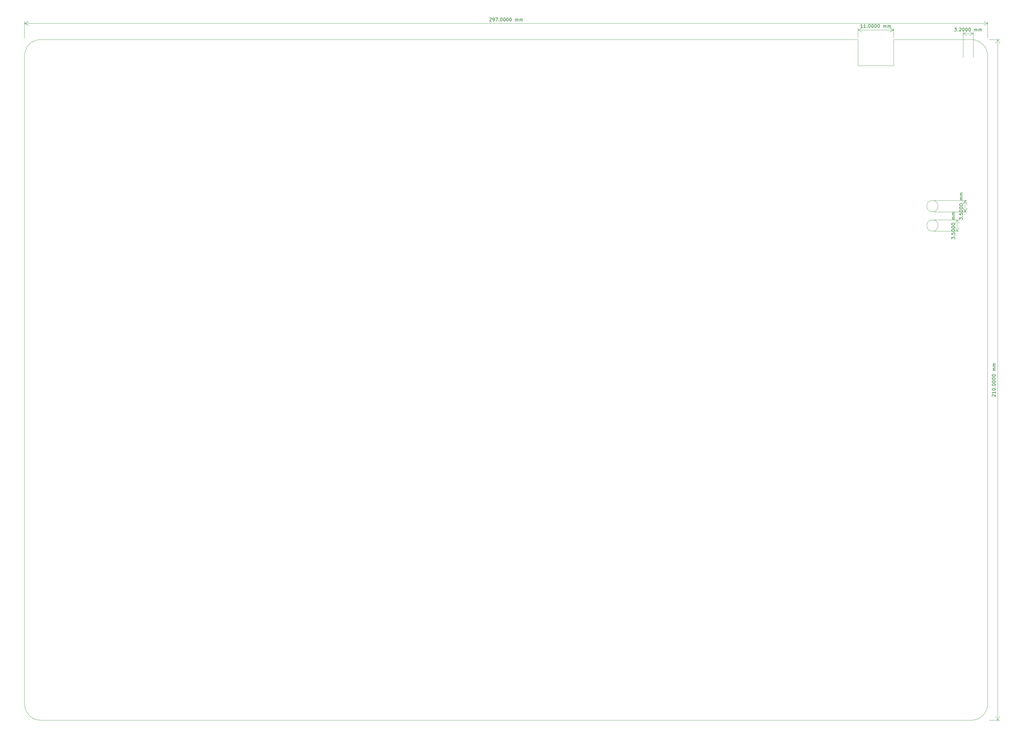
<source format=gbr>
%TF.GenerationSoftware,KiCad,Pcbnew,9.0.6*%
%TF.CreationDate,2026-01-08T22:30:24+09:00*%
%TF.ProjectId,ember,656d6265-722e-46b6-9963-61645f706362,rev?*%
%TF.SameCoordinates,Original*%
%TF.FileFunction,Profile,NP*%
%FSLAX46Y46*%
G04 Gerber Fmt 4.6, Leading zero omitted, Abs format (unit mm)*
G04 Created by KiCad (PCBNEW 9.0.6) date 2026-01-08 22:30:24*
%MOMM*%
%LPD*%
G01*
G04 APERTURE LIST*
%ADD10C,0.150000*%
%TA.AperFunction,Profile*%
%ADD11C,0.050000*%
%TD*%
%TA.AperFunction,Profile*%
%ADD12C,0.100000*%
%TD*%
G04 APERTURE END LIST*
D10*
X193404762Y-23400057D02*
X193452381Y-23352438D01*
X193452381Y-23352438D02*
X193547619Y-23304819D01*
X193547619Y-23304819D02*
X193785714Y-23304819D01*
X193785714Y-23304819D02*
X193880952Y-23352438D01*
X193880952Y-23352438D02*
X193928571Y-23400057D01*
X193928571Y-23400057D02*
X193976190Y-23495295D01*
X193976190Y-23495295D02*
X193976190Y-23590533D01*
X193976190Y-23590533D02*
X193928571Y-23733390D01*
X193928571Y-23733390D02*
X193357143Y-24304819D01*
X193357143Y-24304819D02*
X193976190Y-24304819D01*
X194452381Y-24304819D02*
X194642857Y-24304819D01*
X194642857Y-24304819D02*
X194738095Y-24257200D01*
X194738095Y-24257200D02*
X194785714Y-24209580D01*
X194785714Y-24209580D02*
X194880952Y-24066723D01*
X194880952Y-24066723D02*
X194928571Y-23876247D01*
X194928571Y-23876247D02*
X194928571Y-23495295D01*
X194928571Y-23495295D02*
X194880952Y-23400057D01*
X194880952Y-23400057D02*
X194833333Y-23352438D01*
X194833333Y-23352438D02*
X194738095Y-23304819D01*
X194738095Y-23304819D02*
X194547619Y-23304819D01*
X194547619Y-23304819D02*
X194452381Y-23352438D01*
X194452381Y-23352438D02*
X194404762Y-23400057D01*
X194404762Y-23400057D02*
X194357143Y-23495295D01*
X194357143Y-23495295D02*
X194357143Y-23733390D01*
X194357143Y-23733390D02*
X194404762Y-23828628D01*
X194404762Y-23828628D02*
X194452381Y-23876247D01*
X194452381Y-23876247D02*
X194547619Y-23923866D01*
X194547619Y-23923866D02*
X194738095Y-23923866D01*
X194738095Y-23923866D02*
X194833333Y-23876247D01*
X194833333Y-23876247D02*
X194880952Y-23828628D01*
X194880952Y-23828628D02*
X194928571Y-23733390D01*
X195261905Y-23304819D02*
X195928571Y-23304819D01*
X195928571Y-23304819D02*
X195500000Y-24304819D01*
X196309524Y-24209580D02*
X196357143Y-24257200D01*
X196357143Y-24257200D02*
X196309524Y-24304819D01*
X196309524Y-24304819D02*
X196261905Y-24257200D01*
X196261905Y-24257200D02*
X196309524Y-24209580D01*
X196309524Y-24209580D02*
X196309524Y-24304819D01*
X196976190Y-23304819D02*
X197071428Y-23304819D01*
X197071428Y-23304819D02*
X197166666Y-23352438D01*
X197166666Y-23352438D02*
X197214285Y-23400057D01*
X197214285Y-23400057D02*
X197261904Y-23495295D01*
X197261904Y-23495295D02*
X197309523Y-23685771D01*
X197309523Y-23685771D02*
X197309523Y-23923866D01*
X197309523Y-23923866D02*
X197261904Y-24114342D01*
X197261904Y-24114342D02*
X197214285Y-24209580D01*
X197214285Y-24209580D02*
X197166666Y-24257200D01*
X197166666Y-24257200D02*
X197071428Y-24304819D01*
X197071428Y-24304819D02*
X196976190Y-24304819D01*
X196976190Y-24304819D02*
X196880952Y-24257200D01*
X196880952Y-24257200D02*
X196833333Y-24209580D01*
X196833333Y-24209580D02*
X196785714Y-24114342D01*
X196785714Y-24114342D02*
X196738095Y-23923866D01*
X196738095Y-23923866D02*
X196738095Y-23685771D01*
X196738095Y-23685771D02*
X196785714Y-23495295D01*
X196785714Y-23495295D02*
X196833333Y-23400057D01*
X196833333Y-23400057D02*
X196880952Y-23352438D01*
X196880952Y-23352438D02*
X196976190Y-23304819D01*
X197928571Y-23304819D02*
X198023809Y-23304819D01*
X198023809Y-23304819D02*
X198119047Y-23352438D01*
X198119047Y-23352438D02*
X198166666Y-23400057D01*
X198166666Y-23400057D02*
X198214285Y-23495295D01*
X198214285Y-23495295D02*
X198261904Y-23685771D01*
X198261904Y-23685771D02*
X198261904Y-23923866D01*
X198261904Y-23923866D02*
X198214285Y-24114342D01*
X198214285Y-24114342D02*
X198166666Y-24209580D01*
X198166666Y-24209580D02*
X198119047Y-24257200D01*
X198119047Y-24257200D02*
X198023809Y-24304819D01*
X198023809Y-24304819D02*
X197928571Y-24304819D01*
X197928571Y-24304819D02*
X197833333Y-24257200D01*
X197833333Y-24257200D02*
X197785714Y-24209580D01*
X197785714Y-24209580D02*
X197738095Y-24114342D01*
X197738095Y-24114342D02*
X197690476Y-23923866D01*
X197690476Y-23923866D02*
X197690476Y-23685771D01*
X197690476Y-23685771D02*
X197738095Y-23495295D01*
X197738095Y-23495295D02*
X197785714Y-23400057D01*
X197785714Y-23400057D02*
X197833333Y-23352438D01*
X197833333Y-23352438D02*
X197928571Y-23304819D01*
X198880952Y-23304819D02*
X198976190Y-23304819D01*
X198976190Y-23304819D02*
X199071428Y-23352438D01*
X199071428Y-23352438D02*
X199119047Y-23400057D01*
X199119047Y-23400057D02*
X199166666Y-23495295D01*
X199166666Y-23495295D02*
X199214285Y-23685771D01*
X199214285Y-23685771D02*
X199214285Y-23923866D01*
X199214285Y-23923866D02*
X199166666Y-24114342D01*
X199166666Y-24114342D02*
X199119047Y-24209580D01*
X199119047Y-24209580D02*
X199071428Y-24257200D01*
X199071428Y-24257200D02*
X198976190Y-24304819D01*
X198976190Y-24304819D02*
X198880952Y-24304819D01*
X198880952Y-24304819D02*
X198785714Y-24257200D01*
X198785714Y-24257200D02*
X198738095Y-24209580D01*
X198738095Y-24209580D02*
X198690476Y-24114342D01*
X198690476Y-24114342D02*
X198642857Y-23923866D01*
X198642857Y-23923866D02*
X198642857Y-23685771D01*
X198642857Y-23685771D02*
X198690476Y-23495295D01*
X198690476Y-23495295D02*
X198738095Y-23400057D01*
X198738095Y-23400057D02*
X198785714Y-23352438D01*
X198785714Y-23352438D02*
X198880952Y-23304819D01*
X199833333Y-23304819D02*
X199928571Y-23304819D01*
X199928571Y-23304819D02*
X200023809Y-23352438D01*
X200023809Y-23352438D02*
X200071428Y-23400057D01*
X200071428Y-23400057D02*
X200119047Y-23495295D01*
X200119047Y-23495295D02*
X200166666Y-23685771D01*
X200166666Y-23685771D02*
X200166666Y-23923866D01*
X200166666Y-23923866D02*
X200119047Y-24114342D01*
X200119047Y-24114342D02*
X200071428Y-24209580D01*
X200071428Y-24209580D02*
X200023809Y-24257200D01*
X200023809Y-24257200D02*
X199928571Y-24304819D01*
X199928571Y-24304819D02*
X199833333Y-24304819D01*
X199833333Y-24304819D02*
X199738095Y-24257200D01*
X199738095Y-24257200D02*
X199690476Y-24209580D01*
X199690476Y-24209580D02*
X199642857Y-24114342D01*
X199642857Y-24114342D02*
X199595238Y-23923866D01*
X199595238Y-23923866D02*
X199595238Y-23685771D01*
X199595238Y-23685771D02*
X199642857Y-23495295D01*
X199642857Y-23495295D02*
X199690476Y-23400057D01*
X199690476Y-23400057D02*
X199738095Y-23352438D01*
X199738095Y-23352438D02*
X199833333Y-23304819D01*
X201357143Y-24304819D02*
X201357143Y-23638152D01*
X201357143Y-23733390D02*
X201404762Y-23685771D01*
X201404762Y-23685771D02*
X201500000Y-23638152D01*
X201500000Y-23638152D02*
X201642857Y-23638152D01*
X201642857Y-23638152D02*
X201738095Y-23685771D01*
X201738095Y-23685771D02*
X201785714Y-23781009D01*
X201785714Y-23781009D02*
X201785714Y-24304819D01*
X201785714Y-23781009D02*
X201833333Y-23685771D01*
X201833333Y-23685771D02*
X201928571Y-23638152D01*
X201928571Y-23638152D02*
X202071428Y-23638152D01*
X202071428Y-23638152D02*
X202166667Y-23685771D01*
X202166667Y-23685771D02*
X202214286Y-23781009D01*
X202214286Y-23781009D02*
X202214286Y-24304819D01*
X202690476Y-24304819D02*
X202690476Y-23638152D01*
X202690476Y-23733390D02*
X202738095Y-23685771D01*
X202738095Y-23685771D02*
X202833333Y-23638152D01*
X202833333Y-23638152D02*
X202976190Y-23638152D01*
X202976190Y-23638152D02*
X203071428Y-23685771D01*
X203071428Y-23685771D02*
X203119047Y-23781009D01*
X203119047Y-23781009D02*
X203119047Y-24304819D01*
X203119047Y-23781009D02*
X203166666Y-23685771D01*
X203166666Y-23685771D02*
X203261904Y-23638152D01*
X203261904Y-23638152D02*
X203404761Y-23638152D01*
X203404761Y-23638152D02*
X203500000Y-23685771D01*
X203500000Y-23685771D02*
X203547619Y-23781009D01*
X203547619Y-23781009D02*
X203547619Y-24304819D01*
D11*
X50000000Y-29500000D02*
X50000000Y-24413580D01*
X347000000Y-24413580D02*
X347000000Y-29501042D01*
X50000000Y-25000000D02*
X347000000Y-25000000D01*
X50000000Y-25000000D02*
X51126504Y-24413579D01*
X50000000Y-25000000D02*
X51126504Y-25586421D01*
X347000000Y-25000000D02*
X345873496Y-25586421D01*
X347000000Y-25000000D02*
X345873496Y-24413579D01*
D10*
X348500057Y-140095237D02*
X348452438Y-140047618D01*
X348452438Y-140047618D02*
X348404819Y-139952380D01*
X348404819Y-139952380D02*
X348404819Y-139714285D01*
X348404819Y-139714285D02*
X348452438Y-139619047D01*
X348452438Y-139619047D02*
X348500057Y-139571428D01*
X348500057Y-139571428D02*
X348595295Y-139523809D01*
X348595295Y-139523809D02*
X348690533Y-139523809D01*
X348690533Y-139523809D02*
X348833390Y-139571428D01*
X348833390Y-139571428D02*
X349404819Y-140142856D01*
X349404819Y-140142856D02*
X349404819Y-139523809D01*
X349404819Y-138571428D02*
X349404819Y-139142856D01*
X349404819Y-138857142D02*
X348404819Y-138857142D01*
X348404819Y-138857142D02*
X348547676Y-138952380D01*
X348547676Y-138952380D02*
X348642914Y-139047618D01*
X348642914Y-139047618D02*
X348690533Y-139142856D01*
X348404819Y-137952380D02*
X348404819Y-137857142D01*
X348404819Y-137857142D02*
X348452438Y-137761904D01*
X348452438Y-137761904D02*
X348500057Y-137714285D01*
X348500057Y-137714285D02*
X348595295Y-137666666D01*
X348595295Y-137666666D02*
X348785771Y-137619047D01*
X348785771Y-137619047D02*
X349023866Y-137619047D01*
X349023866Y-137619047D02*
X349214342Y-137666666D01*
X349214342Y-137666666D02*
X349309580Y-137714285D01*
X349309580Y-137714285D02*
X349357200Y-137761904D01*
X349357200Y-137761904D02*
X349404819Y-137857142D01*
X349404819Y-137857142D02*
X349404819Y-137952380D01*
X349404819Y-137952380D02*
X349357200Y-138047618D01*
X349357200Y-138047618D02*
X349309580Y-138095237D01*
X349309580Y-138095237D02*
X349214342Y-138142856D01*
X349214342Y-138142856D02*
X349023866Y-138190475D01*
X349023866Y-138190475D02*
X348785771Y-138190475D01*
X348785771Y-138190475D02*
X348595295Y-138142856D01*
X348595295Y-138142856D02*
X348500057Y-138095237D01*
X348500057Y-138095237D02*
X348452438Y-138047618D01*
X348452438Y-138047618D02*
X348404819Y-137952380D01*
X349309580Y-137190475D02*
X349357200Y-137142856D01*
X349357200Y-137142856D02*
X349404819Y-137190475D01*
X349404819Y-137190475D02*
X349357200Y-137238094D01*
X349357200Y-137238094D02*
X349309580Y-137190475D01*
X349309580Y-137190475D02*
X349404819Y-137190475D01*
X348404819Y-136523809D02*
X348404819Y-136428571D01*
X348404819Y-136428571D02*
X348452438Y-136333333D01*
X348452438Y-136333333D02*
X348500057Y-136285714D01*
X348500057Y-136285714D02*
X348595295Y-136238095D01*
X348595295Y-136238095D02*
X348785771Y-136190476D01*
X348785771Y-136190476D02*
X349023866Y-136190476D01*
X349023866Y-136190476D02*
X349214342Y-136238095D01*
X349214342Y-136238095D02*
X349309580Y-136285714D01*
X349309580Y-136285714D02*
X349357200Y-136333333D01*
X349357200Y-136333333D02*
X349404819Y-136428571D01*
X349404819Y-136428571D02*
X349404819Y-136523809D01*
X349404819Y-136523809D02*
X349357200Y-136619047D01*
X349357200Y-136619047D02*
X349309580Y-136666666D01*
X349309580Y-136666666D02*
X349214342Y-136714285D01*
X349214342Y-136714285D02*
X349023866Y-136761904D01*
X349023866Y-136761904D02*
X348785771Y-136761904D01*
X348785771Y-136761904D02*
X348595295Y-136714285D01*
X348595295Y-136714285D02*
X348500057Y-136666666D01*
X348500057Y-136666666D02*
X348452438Y-136619047D01*
X348452438Y-136619047D02*
X348404819Y-136523809D01*
X348404819Y-135571428D02*
X348404819Y-135476190D01*
X348404819Y-135476190D02*
X348452438Y-135380952D01*
X348452438Y-135380952D02*
X348500057Y-135333333D01*
X348500057Y-135333333D02*
X348595295Y-135285714D01*
X348595295Y-135285714D02*
X348785771Y-135238095D01*
X348785771Y-135238095D02*
X349023866Y-135238095D01*
X349023866Y-135238095D02*
X349214342Y-135285714D01*
X349214342Y-135285714D02*
X349309580Y-135333333D01*
X349309580Y-135333333D02*
X349357200Y-135380952D01*
X349357200Y-135380952D02*
X349404819Y-135476190D01*
X349404819Y-135476190D02*
X349404819Y-135571428D01*
X349404819Y-135571428D02*
X349357200Y-135666666D01*
X349357200Y-135666666D02*
X349309580Y-135714285D01*
X349309580Y-135714285D02*
X349214342Y-135761904D01*
X349214342Y-135761904D02*
X349023866Y-135809523D01*
X349023866Y-135809523D02*
X348785771Y-135809523D01*
X348785771Y-135809523D02*
X348595295Y-135761904D01*
X348595295Y-135761904D02*
X348500057Y-135714285D01*
X348500057Y-135714285D02*
X348452438Y-135666666D01*
X348452438Y-135666666D02*
X348404819Y-135571428D01*
X348404819Y-134619047D02*
X348404819Y-134523809D01*
X348404819Y-134523809D02*
X348452438Y-134428571D01*
X348452438Y-134428571D02*
X348500057Y-134380952D01*
X348500057Y-134380952D02*
X348595295Y-134333333D01*
X348595295Y-134333333D02*
X348785771Y-134285714D01*
X348785771Y-134285714D02*
X349023866Y-134285714D01*
X349023866Y-134285714D02*
X349214342Y-134333333D01*
X349214342Y-134333333D02*
X349309580Y-134380952D01*
X349309580Y-134380952D02*
X349357200Y-134428571D01*
X349357200Y-134428571D02*
X349404819Y-134523809D01*
X349404819Y-134523809D02*
X349404819Y-134619047D01*
X349404819Y-134619047D02*
X349357200Y-134714285D01*
X349357200Y-134714285D02*
X349309580Y-134761904D01*
X349309580Y-134761904D02*
X349214342Y-134809523D01*
X349214342Y-134809523D02*
X349023866Y-134857142D01*
X349023866Y-134857142D02*
X348785771Y-134857142D01*
X348785771Y-134857142D02*
X348595295Y-134809523D01*
X348595295Y-134809523D02*
X348500057Y-134761904D01*
X348500057Y-134761904D02*
X348452438Y-134714285D01*
X348452438Y-134714285D02*
X348404819Y-134619047D01*
X348404819Y-133666666D02*
X348404819Y-133571428D01*
X348404819Y-133571428D02*
X348452438Y-133476190D01*
X348452438Y-133476190D02*
X348500057Y-133428571D01*
X348500057Y-133428571D02*
X348595295Y-133380952D01*
X348595295Y-133380952D02*
X348785771Y-133333333D01*
X348785771Y-133333333D02*
X349023866Y-133333333D01*
X349023866Y-133333333D02*
X349214342Y-133380952D01*
X349214342Y-133380952D02*
X349309580Y-133428571D01*
X349309580Y-133428571D02*
X349357200Y-133476190D01*
X349357200Y-133476190D02*
X349404819Y-133571428D01*
X349404819Y-133571428D02*
X349404819Y-133666666D01*
X349404819Y-133666666D02*
X349357200Y-133761904D01*
X349357200Y-133761904D02*
X349309580Y-133809523D01*
X349309580Y-133809523D02*
X349214342Y-133857142D01*
X349214342Y-133857142D02*
X349023866Y-133904761D01*
X349023866Y-133904761D02*
X348785771Y-133904761D01*
X348785771Y-133904761D02*
X348595295Y-133857142D01*
X348595295Y-133857142D02*
X348500057Y-133809523D01*
X348500057Y-133809523D02*
X348452438Y-133761904D01*
X348452438Y-133761904D02*
X348404819Y-133666666D01*
X349404819Y-132142856D02*
X348738152Y-132142856D01*
X348833390Y-132142856D02*
X348785771Y-132095237D01*
X348785771Y-132095237D02*
X348738152Y-131999999D01*
X348738152Y-131999999D02*
X348738152Y-131857142D01*
X348738152Y-131857142D02*
X348785771Y-131761904D01*
X348785771Y-131761904D02*
X348881009Y-131714285D01*
X348881009Y-131714285D02*
X349404819Y-131714285D01*
X348881009Y-131714285D02*
X348785771Y-131666666D01*
X348785771Y-131666666D02*
X348738152Y-131571428D01*
X348738152Y-131571428D02*
X348738152Y-131428571D01*
X348738152Y-131428571D02*
X348785771Y-131333332D01*
X348785771Y-131333332D02*
X348881009Y-131285713D01*
X348881009Y-131285713D02*
X349404819Y-131285713D01*
X349404819Y-130809523D02*
X348738152Y-130809523D01*
X348833390Y-130809523D02*
X348785771Y-130761904D01*
X348785771Y-130761904D02*
X348738152Y-130666666D01*
X348738152Y-130666666D02*
X348738152Y-130523809D01*
X348738152Y-130523809D02*
X348785771Y-130428571D01*
X348785771Y-130428571D02*
X348881009Y-130380952D01*
X348881009Y-130380952D02*
X349404819Y-130380952D01*
X348881009Y-130380952D02*
X348785771Y-130333333D01*
X348785771Y-130333333D02*
X348738152Y-130238095D01*
X348738152Y-130238095D02*
X348738152Y-130095238D01*
X348738152Y-130095238D02*
X348785771Y-129999999D01*
X348785771Y-129999999D02*
X348881009Y-129952380D01*
X348881009Y-129952380D02*
X349404819Y-129952380D01*
D11*
X347500000Y-30000000D02*
X350686420Y-30000000D01*
X350686420Y-240000000D02*
X347500000Y-240000000D01*
X350100000Y-30000000D02*
X350100000Y-240000000D01*
X350100000Y-30000000D02*
X350686421Y-31126504D01*
X350100000Y-30000000D02*
X349513579Y-31126504D01*
X350100000Y-240000000D02*
X349513579Y-238873496D01*
X350100000Y-240000000D02*
X350686421Y-238873496D01*
D10*
X335904819Y-91570475D02*
X335904819Y-90951428D01*
X335904819Y-90951428D02*
X336285771Y-91284761D01*
X336285771Y-91284761D02*
X336285771Y-91141904D01*
X336285771Y-91141904D02*
X336333390Y-91046666D01*
X336333390Y-91046666D02*
X336381009Y-90999047D01*
X336381009Y-90999047D02*
X336476247Y-90951428D01*
X336476247Y-90951428D02*
X336714342Y-90951428D01*
X336714342Y-90951428D02*
X336809580Y-90999047D01*
X336809580Y-90999047D02*
X336857200Y-91046666D01*
X336857200Y-91046666D02*
X336904819Y-91141904D01*
X336904819Y-91141904D02*
X336904819Y-91427618D01*
X336904819Y-91427618D02*
X336857200Y-91522856D01*
X336857200Y-91522856D02*
X336809580Y-91570475D01*
X336809580Y-90522856D02*
X336857200Y-90475237D01*
X336857200Y-90475237D02*
X336904819Y-90522856D01*
X336904819Y-90522856D02*
X336857200Y-90570475D01*
X336857200Y-90570475D02*
X336809580Y-90522856D01*
X336809580Y-90522856D02*
X336904819Y-90522856D01*
X335904819Y-89570476D02*
X335904819Y-90046666D01*
X335904819Y-90046666D02*
X336381009Y-90094285D01*
X336381009Y-90094285D02*
X336333390Y-90046666D01*
X336333390Y-90046666D02*
X336285771Y-89951428D01*
X336285771Y-89951428D02*
X336285771Y-89713333D01*
X336285771Y-89713333D02*
X336333390Y-89618095D01*
X336333390Y-89618095D02*
X336381009Y-89570476D01*
X336381009Y-89570476D02*
X336476247Y-89522857D01*
X336476247Y-89522857D02*
X336714342Y-89522857D01*
X336714342Y-89522857D02*
X336809580Y-89570476D01*
X336809580Y-89570476D02*
X336857200Y-89618095D01*
X336857200Y-89618095D02*
X336904819Y-89713333D01*
X336904819Y-89713333D02*
X336904819Y-89951428D01*
X336904819Y-89951428D02*
X336857200Y-90046666D01*
X336857200Y-90046666D02*
X336809580Y-90094285D01*
X335904819Y-88903809D02*
X335904819Y-88808571D01*
X335904819Y-88808571D02*
X335952438Y-88713333D01*
X335952438Y-88713333D02*
X336000057Y-88665714D01*
X336000057Y-88665714D02*
X336095295Y-88618095D01*
X336095295Y-88618095D02*
X336285771Y-88570476D01*
X336285771Y-88570476D02*
X336523866Y-88570476D01*
X336523866Y-88570476D02*
X336714342Y-88618095D01*
X336714342Y-88618095D02*
X336809580Y-88665714D01*
X336809580Y-88665714D02*
X336857200Y-88713333D01*
X336857200Y-88713333D02*
X336904819Y-88808571D01*
X336904819Y-88808571D02*
X336904819Y-88903809D01*
X336904819Y-88903809D02*
X336857200Y-88999047D01*
X336857200Y-88999047D02*
X336809580Y-89046666D01*
X336809580Y-89046666D02*
X336714342Y-89094285D01*
X336714342Y-89094285D02*
X336523866Y-89141904D01*
X336523866Y-89141904D02*
X336285771Y-89141904D01*
X336285771Y-89141904D02*
X336095295Y-89094285D01*
X336095295Y-89094285D02*
X336000057Y-89046666D01*
X336000057Y-89046666D02*
X335952438Y-88999047D01*
X335952438Y-88999047D02*
X335904819Y-88903809D01*
X335904819Y-87951428D02*
X335904819Y-87856190D01*
X335904819Y-87856190D02*
X335952438Y-87760952D01*
X335952438Y-87760952D02*
X336000057Y-87713333D01*
X336000057Y-87713333D02*
X336095295Y-87665714D01*
X336095295Y-87665714D02*
X336285771Y-87618095D01*
X336285771Y-87618095D02*
X336523866Y-87618095D01*
X336523866Y-87618095D02*
X336714342Y-87665714D01*
X336714342Y-87665714D02*
X336809580Y-87713333D01*
X336809580Y-87713333D02*
X336857200Y-87760952D01*
X336857200Y-87760952D02*
X336904819Y-87856190D01*
X336904819Y-87856190D02*
X336904819Y-87951428D01*
X336904819Y-87951428D02*
X336857200Y-88046666D01*
X336857200Y-88046666D02*
X336809580Y-88094285D01*
X336809580Y-88094285D02*
X336714342Y-88141904D01*
X336714342Y-88141904D02*
X336523866Y-88189523D01*
X336523866Y-88189523D02*
X336285771Y-88189523D01*
X336285771Y-88189523D02*
X336095295Y-88141904D01*
X336095295Y-88141904D02*
X336000057Y-88094285D01*
X336000057Y-88094285D02*
X335952438Y-88046666D01*
X335952438Y-88046666D02*
X335904819Y-87951428D01*
X335904819Y-86999047D02*
X335904819Y-86903809D01*
X335904819Y-86903809D02*
X335952438Y-86808571D01*
X335952438Y-86808571D02*
X336000057Y-86760952D01*
X336000057Y-86760952D02*
X336095295Y-86713333D01*
X336095295Y-86713333D02*
X336285771Y-86665714D01*
X336285771Y-86665714D02*
X336523866Y-86665714D01*
X336523866Y-86665714D02*
X336714342Y-86713333D01*
X336714342Y-86713333D02*
X336809580Y-86760952D01*
X336809580Y-86760952D02*
X336857200Y-86808571D01*
X336857200Y-86808571D02*
X336904819Y-86903809D01*
X336904819Y-86903809D02*
X336904819Y-86999047D01*
X336904819Y-86999047D02*
X336857200Y-87094285D01*
X336857200Y-87094285D02*
X336809580Y-87141904D01*
X336809580Y-87141904D02*
X336714342Y-87189523D01*
X336714342Y-87189523D02*
X336523866Y-87237142D01*
X336523866Y-87237142D02*
X336285771Y-87237142D01*
X336285771Y-87237142D02*
X336095295Y-87189523D01*
X336095295Y-87189523D02*
X336000057Y-87141904D01*
X336000057Y-87141904D02*
X335952438Y-87094285D01*
X335952438Y-87094285D02*
X335904819Y-86999047D01*
X336904819Y-85475237D02*
X336238152Y-85475237D01*
X336333390Y-85475237D02*
X336285771Y-85427618D01*
X336285771Y-85427618D02*
X336238152Y-85332380D01*
X336238152Y-85332380D02*
X336238152Y-85189523D01*
X336238152Y-85189523D02*
X336285771Y-85094285D01*
X336285771Y-85094285D02*
X336381009Y-85046666D01*
X336381009Y-85046666D02*
X336904819Y-85046666D01*
X336381009Y-85046666D02*
X336285771Y-84999047D01*
X336285771Y-84999047D02*
X336238152Y-84903809D01*
X336238152Y-84903809D02*
X336238152Y-84760952D01*
X336238152Y-84760952D02*
X336285771Y-84665713D01*
X336285771Y-84665713D02*
X336381009Y-84618094D01*
X336381009Y-84618094D02*
X336904819Y-84618094D01*
X336904819Y-84141904D02*
X336238152Y-84141904D01*
X336333390Y-84141904D02*
X336285771Y-84094285D01*
X336285771Y-84094285D02*
X336238152Y-83999047D01*
X336238152Y-83999047D02*
X336238152Y-83856190D01*
X336238152Y-83856190D02*
X336285771Y-83760952D01*
X336285771Y-83760952D02*
X336381009Y-83713333D01*
X336381009Y-83713333D02*
X336904819Y-83713333D01*
X336381009Y-83713333D02*
X336285771Y-83665714D01*
X336285771Y-83665714D02*
X336238152Y-83570476D01*
X336238152Y-83570476D02*
X336238152Y-83427619D01*
X336238152Y-83427619D02*
X336285771Y-83332380D01*
X336285771Y-83332380D02*
X336381009Y-83284761D01*
X336381009Y-83284761D02*
X336904819Y-83284761D01*
D11*
X330500000Y-85630000D02*
X338186420Y-85630000D01*
X338186420Y-89130000D02*
X330500000Y-89130000D01*
X337600000Y-85630000D02*
X337600000Y-89130000D01*
X337600000Y-85630000D02*
X338186421Y-86756504D01*
X337600000Y-85630000D02*
X337013579Y-86756504D01*
X337600000Y-89130000D02*
X337013579Y-88003496D01*
X337600000Y-89130000D02*
X338186421Y-88003496D01*
D10*
X338304819Y-85570475D02*
X338304819Y-84951428D01*
X338304819Y-84951428D02*
X338685771Y-85284761D01*
X338685771Y-85284761D02*
X338685771Y-85141904D01*
X338685771Y-85141904D02*
X338733390Y-85046666D01*
X338733390Y-85046666D02*
X338781009Y-84999047D01*
X338781009Y-84999047D02*
X338876247Y-84951428D01*
X338876247Y-84951428D02*
X339114342Y-84951428D01*
X339114342Y-84951428D02*
X339209580Y-84999047D01*
X339209580Y-84999047D02*
X339257200Y-85046666D01*
X339257200Y-85046666D02*
X339304819Y-85141904D01*
X339304819Y-85141904D02*
X339304819Y-85427618D01*
X339304819Y-85427618D02*
X339257200Y-85522856D01*
X339257200Y-85522856D02*
X339209580Y-85570475D01*
X339209580Y-84522856D02*
X339257200Y-84475237D01*
X339257200Y-84475237D02*
X339304819Y-84522856D01*
X339304819Y-84522856D02*
X339257200Y-84570475D01*
X339257200Y-84570475D02*
X339209580Y-84522856D01*
X339209580Y-84522856D02*
X339304819Y-84522856D01*
X338304819Y-83570476D02*
X338304819Y-84046666D01*
X338304819Y-84046666D02*
X338781009Y-84094285D01*
X338781009Y-84094285D02*
X338733390Y-84046666D01*
X338733390Y-84046666D02*
X338685771Y-83951428D01*
X338685771Y-83951428D02*
X338685771Y-83713333D01*
X338685771Y-83713333D02*
X338733390Y-83618095D01*
X338733390Y-83618095D02*
X338781009Y-83570476D01*
X338781009Y-83570476D02*
X338876247Y-83522857D01*
X338876247Y-83522857D02*
X339114342Y-83522857D01*
X339114342Y-83522857D02*
X339209580Y-83570476D01*
X339209580Y-83570476D02*
X339257200Y-83618095D01*
X339257200Y-83618095D02*
X339304819Y-83713333D01*
X339304819Y-83713333D02*
X339304819Y-83951428D01*
X339304819Y-83951428D02*
X339257200Y-84046666D01*
X339257200Y-84046666D02*
X339209580Y-84094285D01*
X338304819Y-82903809D02*
X338304819Y-82808571D01*
X338304819Y-82808571D02*
X338352438Y-82713333D01*
X338352438Y-82713333D02*
X338400057Y-82665714D01*
X338400057Y-82665714D02*
X338495295Y-82618095D01*
X338495295Y-82618095D02*
X338685771Y-82570476D01*
X338685771Y-82570476D02*
X338923866Y-82570476D01*
X338923866Y-82570476D02*
X339114342Y-82618095D01*
X339114342Y-82618095D02*
X339209580Y-82665714D01*
X339209580Y-82665714D02*
X339257200Y-82713333D01*
X339257200Y-82713333D02*
X339304819Y-82808571D01*
X339304819Y-82808571D02*
X339304819Y-82903809D01*
X339304819Y-82903809D02*
X339257200Y-82999047D01*
X339257200Y-82999047D02*
X339209580Y-83046666D01*
X339209580Y-83046666D02*
X339114342Y-83094285D01*
X339114342Y-83094285D02*
X338923866Y-83141904D01*
X338923866Y-83141904D02*
X338685771Y-83141904D01*
X338685771Y-83141904D02*
X338495295Y-83094285D01*
X338495295Y-83094285D02*
X338400057Y-83046666D01*
X338400057Y-83046666D02*
X338352438Y-82999047D01*
X338352438Y-82999047D02*
X338304819Y-82903809D01*
X338304819Y-81951428D02*
X338304819Y-81856190D01*
X338304819Y-81856190D02*
X338352438Y-81760952D01*
X338352438Y-81760952D02*
X338400057Y-81713333D01*
X338400057Y-81713333D02*
X338495295Y-81665714D01*
X338495295Y-81665714D02*
X338685771Y-81618095D01*
X338685771Y-81618095D02*
X338923866Y-81618095D01*
X338923866Y-81618095D02*
X339114342Y-81665714D01*
X339114342Y-81665714D02*
X339209580Y-81713333D01*
X339209580Y-81713333D02*
X339257200Y-81760952D01*
X339257200Y-81760952D02*
X339304819Y-81856190D01*
X339304819Y-81856190D02*
X339304819Y-81951428D01*
X339304819Y-81951428D02*
X339257200Y-82046666D01*
X339257200Y-82046666D02*
X339209580Y-82094285D01*
X339209580Y-82094285D02*
X339114342Y-82141904D01*
X339114342Y-82141904D02*
X338923866Y-82189523D01*
X338923866Y-82189523D02*
X338685771Y-82189523D01*
X338685771Y-82189523D02*
X338495295Y-82141904D01*
X338495295Y-82141904D02*
X338400057Y-82094285D01*
X338400057Y-82094285D02*
X338352438Y-82046666D01*
X338352438Y-82046666D02*
X338304819Y-81951428D01*
X338304819Y-80999047D02*
X338304819Y-80903809D01*
X338304819Y-80903809D02*
X338352438Y-80808571D01*
X338352438Y-80808571D02*
X338400057Y-80760952D01*
X338400057Y-80760952D02*
X338495295Y-80713333D01*
X338495295Y-80713333D02*
X338685771Y-80665714D01*
X338685771Y-80665714D02*
X338923866Y-80665714D01*
X338923866Y-80665714D02*
X339114342Y-80713333D01*
X339114342Y-80713333D02*
X339209580Y-80760952D01*
X339209580Y-80760952D02*
X339257200Y-80808571D01*
X339257200Y-80808571D02*
X339304819Y-80903809D01*
X339304819Y-80903809D02*
X339304819Y-80999047D01*
X339304819Y-80999047D02*
X339257200Y-81094285D01*
X339257200Y-81094285D02*
X339209580Y-81141904D01*
X339209580Y-81141904D02*
X339114342Y-81189523D01*
X339114342Y-81189523D02*
X338923866Y-81237142D01*
X338923866Y-81237142D02*
X338685771Y-81237142D01*
X338685771Y-81237142D02*
X338495295Y-81189523D01*
X338495295Y-81189523D02*
X338400057Y-81141904D01*
X338400057Y-81141904D02*
X338352438Y-81094285D01*
X338352438Y-81094285D02*
X338304819Y-80999047D01*
X339304819Y-79475237D02*
X338638152Y-79475237D01*
X338733390Y-79475237D02*
X338685771Y-79427618D01*
X338685771Y-79427618D02*
X338638152Y-79332380D01*
X338638152Y-79332380D02*
X338638152Y-79189523D01*
X338638152Y-79189523D02*
X338685771Y-79094285D01*
X338685771Y-79094285D02*
X338781009Y-79046666D01*
X338781009Y-79046666D02*
X339304819Y-79046666D01*
X338781009Y-79046666D02*
X338685771Y-78999047D01*
X338685771Y-78999047D02*
X338638152Y-78903809D01*
X338638152Y-78903809D02*
X338638152Y-78760952D01*
X338638152Y-78760952D02*
X338685771Y-78665713D01*
X338685771Y-78665713D02*
X338781009Y-78618094D01*
X338781009Y-78618094D02*
X339304819Y-78618094D01*
X339304819Y-78141904D02*
X338638152Y-78141904D01*
X338733390Y-78141904D02*
X338685771Y-78094285D01*
X338685771Y-78094285D02*
X338638152Y-77999047D01*
X338638152Y-77999047D02*
X338638152Y-77856190D01*
X338638152Y-77856190D02*
X338685771Y-77760952D01*
X338685771Y-77760952D02*
X338781009Y-77713333D01*
X338781009Y-77713333D02*
X339304819Y-77713333D01*
X338781009Y-77713333D02*
X338685771Y-77665714D01*
X338685771Y-77665714D02*
X338638152Y-77570476D01*
X338638152Y-77570476D02*
X338638152Y-77427619D01*
X338638152Y-77427619D02*
X338685771Y-77332380D01*
X338685771Y-77332380D02*
X338781009Y-77284761D01*
X338781009Y-77284761D02*
X339304819Y-77284761D01*
D11*
X330500000Y-79630000D02*
X340586420Y-79630000D01*
X340586420Y-83130000D02*
X330500000Y-83130000D01*
X340000000Y-79630000D02*
X340000000Y-83130000D01*
X340000000Y-79630000D02*
X340586421Y-80756504D01*
X340000000Y-79630000D02*
X339413579Y-80756504D01*
X340000000Y-83130000D02*
X339413579Y-82003496D01*
X340000000Y-83130000D02*
X340586421Y-82003496D01*
D10*
X336809524Y-26404819D02*
X337428571Y-26404819D01*
X337428571Y-26404819D02*
X337095238Y-26785771D01*
X337095238Y-26785771D02*
X337238095Y-26785771D01*
X337238095Y-26785771D02*
X337333333Y-26833390D01*
X337333333Y-26833390D02*
X337380952Y-26881009D01*
X337380952Y-26881009D02*
X337428571Y-26976247D01*
X337428571Y-26976247D02*
X337428571Y-27214342D01*
X337428571Y-27214342D02*
X337380952Y-27309580D01*
X337380952Y-27309580D02*
X337333333Y-27357200D01*
X337333333Y-27357200D02*
X337238095Y-27404819D01*
X337238095Y-27404819D02*
X336952381Y-27404819D01*
X336952381Y-27404819D02*
X336857143Y-27357200D01*
X336857143Y-27357200D02*
X336809524Y-27309580D01*
X337857143Y-27309580D02*
X337904762Y-27357200D01*
X337904762Y-27357200D02*
X337857143Y-27404819D01*
X337857143Y-27404819D02*
X337809524Y-27357200D01*
X337809524Y-27357200D02*
X337857143Y-27309580D01*
X337857143Y-27309580D02*
X337857143Y-27404819D01*
X338285714Y-26500057D02*
X338333333Y-26452438D01*
X338333333Y-26452438D02*
X338428571Y-26404819D01*
X338428571Y-26404819D02*
X338666666Y-26404819D01*
X338666666Y-26404819D02*
X338761904Y-26452438D01*
X338761904Y-26452438D02*
X338809523Y-26500057D01*
X338809523Y-26500057D02*
X338857142Y-26595295D01*
X338857142Y-26595295D02*
X338857142Y-26690533D01*
X338857142Y-26690533D02*
X338809523Y-26833390D01*
X338809523Y-26833390D02*
X338238095Y-27404819D01*
X338238095Y-27404819D02*
X338857142Y-27404819D01*
X339476190Y-26404819D02*
X339571428Y-26404819D01*
X339571428Y-26404819D02*
X339666666Y-26452438D01*
X339666666Y-26452438D02*
X339714285Y-26500057D01*
X339714285Y-26500057D02*
X339761904Y-26595295D01*
X339761904Y-26595295D02*
X339809523Y-26785771D01*
X339809523Y-26785771D02*
X339809523Y-27023866D01*
X339809523Y-27023866D02*
X339761904Y-27214342D01*
X339761904Y-27214342D02*
X339714285Y-27309580D01*
X339714285Y-27309580D02*
X339666666Y-27357200D01*
X339666666Y-27357200D02*
X339571428Y-27404819D01*
X339571428Y-27404819D02*
X339476190Y-27404819D01*
X339476190Y-27404819D02*
X339380952Y-27357200D01*
X339380952Y-27357200D02*
X339333333Y-27309580D01*
X339333333Y-27309580D02*
X339285714Y-27214342D01*
X339285714Y-27214342D02*
X339238095Y-27023866D01*
X339238095Y-27023866D02*
X339238095Y-26785771D01*
X339238095Y-26785771D02*
X339285714Y-26595295D01*
X339285714Y-26595295D02*
X339333333Y-26500057D01*
X339333333Y-26500057D02*
X339380952Y-26452438D01*
X339380952Y-26452438D02*
X339476190Y-26404819D01*
X340428571Y-26404819D02*
X340523809Y-26404819D01*
X340523809Y-26404819D02*
X340619047Y-26452438D01*
X340619047Y-26452438D02*
X340666666Y-26500057D01*
X340666666Y-26500057D02*
X340714285Y-26595295D01*
X340714285Y-26595295D02*
X340761904Y-26785771D01*
X340761904Y-26785771D02*
X340761904Y-27023866D01*
X340761904Y-27023866D02*
X340714285Y-27214342D01*
X340714285Y-27214342D02*
X340666666Y-27309580D01*
X340666666Y-27309580D02*
X340619047Y-27357200D01*
X340619047Y-27357200D02*
X340523809Y-27404819D01*
X340523809Y-27404819D02*
X340428571Y-27404819D01*
X340428571Y-27404819D02*
X340333333Y-27357200D01*
X340333333Y-27357200D02*
X340285714Y-27309580D01*
X340285714Y-27309580D02*
X340238095Y-27214342D01*
X340238095Y-27214342D02*
X340190476Y-27023866D01*
X340190476Y-27023866D02*
X340190476Y-26785771D01*
X340190476Y-26785771D02*
X340238095Y-26595295D01*
X340238095Y-26595295D02*
X340285714Y-26500057D01*
X340285714Y-26500057D02*
X340333333Y-26452438D01*
X340333333Y-26452438D02*
X340428571Y-26404819D01*
X341380952Y-26404819D02*
X341476190Y-26404819D01*
X341476190Y-26404819D02*
X341571428Y-26452438D01*
X341571428Y-26452438D02*
X341619047Y-26500057D01*
X341619047Y-26500057D02*
X341666666Y-26595295D01*
X341666666Y-26595295D02*
X341714285Y-26785771D01*
X341714285Y-26785771D02*
X341714285Y-27023866D01*
X341714285Y-27023866D02*
X341666666Y-27214342D01*
X341666666Y-27214342D02*
X341619047Y-27309580D01*
X341619047Y-27309580D02*
X341571428Y-27357200D01*
X341571428Y-27357200D02*
X341476190Y-27404819D01*
X341476190Y-27404819D02*
X341380952Y-27404819D01*
X341380952Y-27404819D02*
X341285714Y-27357200D01*
X341285714Y-27357200D02*
X341238095Y-27309580D01*
X341238095Y-27309580D02*
X341190476Y-27214342D01*
X341190476Y-27214342D02*
X341142857Y-27023866D01*
X341142857Y-27023866D02*
X341142857Y-26785771D01*
X341142857Y-26785771D02*
X341190476Y-26595295D01*
X341190476Y-26595295D02*
X341238095Y-26500057D01*
X341238095Y-26500057D02*
X341285714Y-26452438D01*
X341285714Y-26452438D02*
X341380952Y-26404819D01*
X342904762Y-27404819D02*
X342904762Y-26738152D01*
X342904762Y-26833390D02*
X342952381Y-26785771D01*
X342952381Y-26785771D02*
X343047619Y-26738152D01*
X343047619Y-26738152D02*
X343190476Y-26738152D01*
X343190476Y-26738152D02*
X343285714Y-26785771D01*
X343285714Y-26785771D02*
X343333333Y-26881009D01*
X343333333Y-26881009D02*
X343333333Y-27404819D01*
X343333333Y-26881009D02*
X343380952Y-26785771D01*
X343380952Y-26785771D02*
X343476190Y-26738152D01*
X343476190Y-26738152D02*
X343619047Y-26738152D01*
X343619047Y-26738152D02*
X343714286Y-26785771D01*
X343714286Y-26785771D02*
X343761905Y-26881009D01*
X343761905Y-26881009D02*
X343761905Y-27404819D01*
X344238095Y-27404819D02*
X344238095Y-26738152D01*
X344238095Y-26833390D02*
X344285714Y-26785771D01*
X344285714Y-26785771D02*
X344380952Y-26738152D01*
X344380952Y-26738152D02*
X344523809Y-26738152D01*
X344523809Y-26738152D02*
X344619047Y-26785771D01*
X344619047Y-26785771D02*
X344666666Y-26881009D01*
X344666666Y-26881009D02*
X344666666Y-27404819D01*
X344666666Y-26881009D02*
X344714285Y-26785771D01*
X344714285Y-26785771D02*
X344809523Y-26738152D01*
X344809523Y-26738152D02*
X344952380Y-26738152D01*
X344952380Y-26738152D02*
X345047619Y-26785771D01*
X345047619Y-26785771D02*
X345095238Y-26881009D01*
X345095238Y-26881009D02*
X345095238Y-27404819D01*
D11*
X339400000Y-35500000D02*
X339400000Y-27513580D01*
X342600000Y-27513580D02*
X342600000Y-35500000D01*
X339400000Y-28100000D02*
X342600000Y-28100000D01*
X339400000Y-28100000D02*
X340526504Y-27513579D01*
X339400000Y-28100000D02*
X340526504Y-28686421D01*
X342600000Y-28100000D02*
X341473496Y-28686421D01*
X342600000Y-28100000D02*
X341473496Y-27513579D01*
D10*
X308452381Y-26304819D02*
X307880953Y-26304819D01*
X308166667Y-26304819D02*
X308166667Y-25304819D01*
X308166667Y-25304819D02*
X308071429Y-25447676D01*
X308071429Y-25447676D02*
X307976191Y-25542914D01*
X307976191Y-25542914D02*
X307880953Y-25590533D01*
X309404762Y-26304819D02*
X308833334Y-26304819D01*
X309119048Y-26304819D02*
X309119048Y-25304819D01*
X309119048Y-25304819D02*
X309023810Y-25447676D01*
X309023810Y-25447676D02*
X308928572Y-25542914D01*
X308928572Y-25542914D02*
X308833334Y-25590533D01*
X309833334Y-26209580D02*
X309880953Y-26257200D01*
X309880953Y-26257200D02*
X309833334Y-26304819D01*
X309833334Y-26304819D02*
X309785715Y-26257200D01*
X309785715Y-26257200D02*
X309833334Y-26209580D01*
X309833334Y-26209580D02*
X309833334Y-26304819D01*
X310500000Y-25304819D02*
X310595238Y-25304819D01*
X310595238Y-25304819D02*
X310690476Y-25352438D01*
X310690476Y-25352438D02*
X310738095Y-25400057D01*
X310738095Y-25400057D02*
X310785714Y-25495295D01*
X310785714Y-25495295D02*
X310833333Y-25685771D01*
X310833333Y-25685771D02*
X310833333Y-25923866D01*
X310833333Y-25923866D02*
X310785714Y-26114342D01*
X310785714Y-26114342D02*
X310738095Y-26209580D01*
X310738095Y-26209580D02*
X310690476Y-26257200D01*
X310690476Y-26257200D02*
X310595238Y-26304819D01*
X310595238Y-26304819D02*
X310500000Y-26304819D01*
X310500000Y-26304819D02*
X310404762Y-26257200D01*
X310404762Y-26257200D02*
X310357143Y-26209580D01*
X310357143Y-26209580D02*
X310309524Y-26114342D01*
X310309524Y-26114342D02*
X310261905Y-25923866D01*
X310261905Y-25923866D02*
X310261905Y-25685771D01*
X310261905Y-25685771D02*
X310309524Y-25495295D01*
X310309524Y-25495295D02*
X310357143Y-25400057D01*
X310357143Y-25400057D02*
X310404762Y-25352438D01*
X310404762Y-25352438D02*
X310500000Y-25304819D01*
X311452381Y-25304819D02*
X311547619Y-25304819D01*
X311547619Y-25304819D02*
X311642857Y-25352438D01*
X311642857Y-25352438D02*
X311690476Y-25400057D01*
X311690476Y-25400057D02*
X311738095Y-25495295D01*
X311738095Y-25495295D02*
X311785714Y-25685771D01*
X311785714Y-25685771D02*
X311785714Y-25923866D01*
X311785714Y-25923866D02*
X311738095Y-26114342D01*
X311738095Y-26114342D02*
X311690476Y-26209580D01*
X311690476Y-26209580D02*
X311642857Y-26257200D01*
X311642857Y-26257200D02*
X311547619Y-26304819D01*
X311547619Y-26304819D02*
X311452381Y-26304819D01*
X311452381Y-26304819D02*
X311357143Y-26257200D01*
X311357143Y-26257200D02*
X311309524Y-26209580D01*
X311309524Y-26209580D02*
X311261905Y-26114342D01*
X311261905Y-26114342D02*
X311214286Y-25923866D01*
X311214286Y-25923866D02*
X311214286Y-25685771D01*
X311214286Y-25685771D02*
X311261905Y-25495295D01*
X311261905Y-25495295D02*
X311309524Y-25400057D01*
X311309524Y-25400057D02*
X311357143Y-25352438D01*
X311357143Y-25352438D02*
X311452381Y-25304819D01*
X312404762Y-25304819D02*
X312500000Y-25304819D01*
X312500000Y-25304819D02*
X312595238Y-25352438D01*
X312595238Y-25352438D02*
X312642857Y-25400057D01*
X312642857Y-25400057D02*
X312690476Y-25495295D01*
X312690476Y-25495295D02*
X312738095Y-25685771D01*
X312738095Y-25685771D02*
X312738095Y-25923866D01*
X312738095Y-25923866D02*
X312690476Y-26114342D01*
X312690476Y-26114342D02*
X312642857Y-26209580D01*
X312642857Y-26209580D02*
X312595238Y-26257200D01*
X312595238Y-26257200D02*
X312500000Y-26304819D01*
X312500000Y-26304819D02*
X312404762Y-26304819D01*
X312404762Y-26304819D02*
X312309524Y-26257200D01*
X312309524Y-26257200D02*
X312261905Y-26209580D01*
X312261905Y-26209580D02*
X312214286Y-26114342D01*
X312214286Y-26114342D02*
X312166667Y-25923866D01*
X312166667Y-25923866D02*
X312166667Y-25685771D01*
X312166667Y-25685771D02*
X312214286Y-25495295D01*
X312214286Y-25495295D02*
X312261905Y-25400057D01*
X312261905Y-25400057D02*
X312309524Y-25352438D01*
X312309524Y-25352438D02*
X312404762Y-25304819D01*
X313357143Y-25304819D02*
X313452381Y-25304819D01*
X313452381Y-25304819D02*
X313547619Y-25352438D01*
X313547619Y-25352438D02*
X313595238Y-25400057D01*
X313595238Y-25400057D02*
X313642857Y-25495295D01*
X313642857Y-25495295D02*
X313690476Y-25685771D01*
X313690476Y-25685771D02*
X313690476Y-25923866D01*
X313690476Y-25923866D02*
X313642857Y-26114342D01*
X313642857Y-26114342D02*
X313595238Y-26209580D01*
X313595238Y-26209580D02*
X313547619Y-26257200D01*
X313547619Y-26257200D02*
X313452381Y-26304819D01*
X313452381Y-26304819D02*
X313357143Y-26304819D01*
X313357143Y-26304819D02*
X313261905Y-26257200D01*
X313261905Y-26257200D02*
X313214286Y-26209580D01*
X313214286Y-26209580D02*
X313166667Y-26114342D01*
X313166667Y-26114342D02*
X313119048Y-25923866D01*
X313119048Y-25923866D02*
X313119048Y-25685771D01*
X313119048Y-25685771D02*
X313166667Y-25495295D01*
X313166667Y-25495295D02*
X313214286Y-25400057D01*
X313214286Y-25400057D02*
X313261905Y-25352438D01*
X313261905Y-25352438D02*
X313357143Y-25304819D01*
X314880953Y-26304819D02*
X314880953Y-25638152D01*
X314880953Y-25733390D02*
X314928572Y-25685771D01*
X314928572Y-25685771D02*
X315023810Y-25638152D01*
X315023810Y-25638152D02*
X315166667Y-25638152D01*
X315166667Y-25638152D02*
X315261905Y-25685771D01*
X315261905Y-25685771D02*
X315309524Y-25781009D01*
X315309524Y-25781009D02*
X315309524Y-26304819D01*
X315309524Y-25781009D02*
X315357143Y-25685771D01*
X315357143Y-25685771D02*
X315452381Y-25638152D01*
X315452381Y-25638152D02*
X315595238Y-25638152D01*
X315595238Y-25638152D02*
X315690477Y-25685771D01*
X315690477Y-25685771D02*
X315738096Y-25781009D01*
X315738096Y-25781009D02*
X315738096Y-26304819D01*
X316214286Y-26304819D02*
X316214286Y-25638152D01*
X316214286Y-25733390D02*
X316261905Y-25685771D01*
X316261905Y-25685771D02*
X316357143Y-25638152D01*
X316357143Y-25638152D02*
X316500000Y-25638152D01*
X316500000Y-25638152D02*
X316595238Y-25685771D01*
X316595238Y-25685771D02*
X316642857Y-25781009D01*
X316642857Y-25781009D02*
X316642857Y-26304819D01*
X316642857Y-25781009D02*
X316690476Y-25685771D01*
X316690476Y-25685771D02*
X316785714Y-25638152D01*
X316785714Y-25638152D02*
X316928571Y-25638152D01*
X316928571Y-25638152D02*
X317023810Y-25685771D01*
X317023810Y-25685771D02*
X317071429Y-25781009D01*
X317071429Y-25781009D02*
X317071429Y-26304819D01*
D11*
X307000000Y-29500000D02*
X307000000Y-26413580D01*
X318000000Y-26413580D02*
X318000000Y-29500000D01*
X307000000Y-27000000D02*
X318000000Y-27000000D01*
X307000000Y-27000000D02*
X308126504Y-26413579D01*
X307000000Y-27000000D02*
X308126504Y-27586421D01*
X318000000Y-27000000D02*
X316873496Y-27586421D01*
X318000000Y-27000000D02*
X316873496Y-26413579D01*
D12*
X331750000Y-87380000D02*
G75*
G02*
X328250000Y-87380000I-1750000J0D01*
G01*
X328250000Y-87380000D02*
G75*
G02*
X331750000Y-87380000I1750000J0D01*
G01*
X331750000Y-81380000D02*
G75*
G02*
X328250000Y-81380000I-1750000J0D01*
G01*
X328250000Y-81380000D02*
G75*
G02*
X331750000Y-81380000I1750000J0D01*
G01*
X318000000Y-38000000D02*
X307000000Y-38000000D01*
X318000000Y-38000000D02*
X318000000Y-30000000D01*
X307000000Y-38000000D02*
X307000000Y-30000000D01*
X307000000Y-30000000D02*
X55000000Y-30000000D01*
X342000000Y-30000862D02*
X318000000Y-30000000D01*
X342000000Y-240000000D02*
X55000000Y-240000000D01*
X347000000Y-235000000D02*
X347000000Y-35000000D01*
X342000000Y-30000000D02*
G75*
G02*
X347000000Y-35000000I0J-5000000D01*
G01*
X55000000Y-240000000D02*
G75*
G02*
X50000000Y-235000000I0J5000000D01*
G01*
X50000000Y-35000000D02*
G75*
G02*
X55000000Y-30000000I5000000J0D01*
G01*
X50000000Y-235000000D02*
X50000000Y-35000000D01*
X347000000Y-235000000D02*
G75*
G02*
X342000000Y-240000000I-5000000J0D01*
G01*
M02*

</source>
